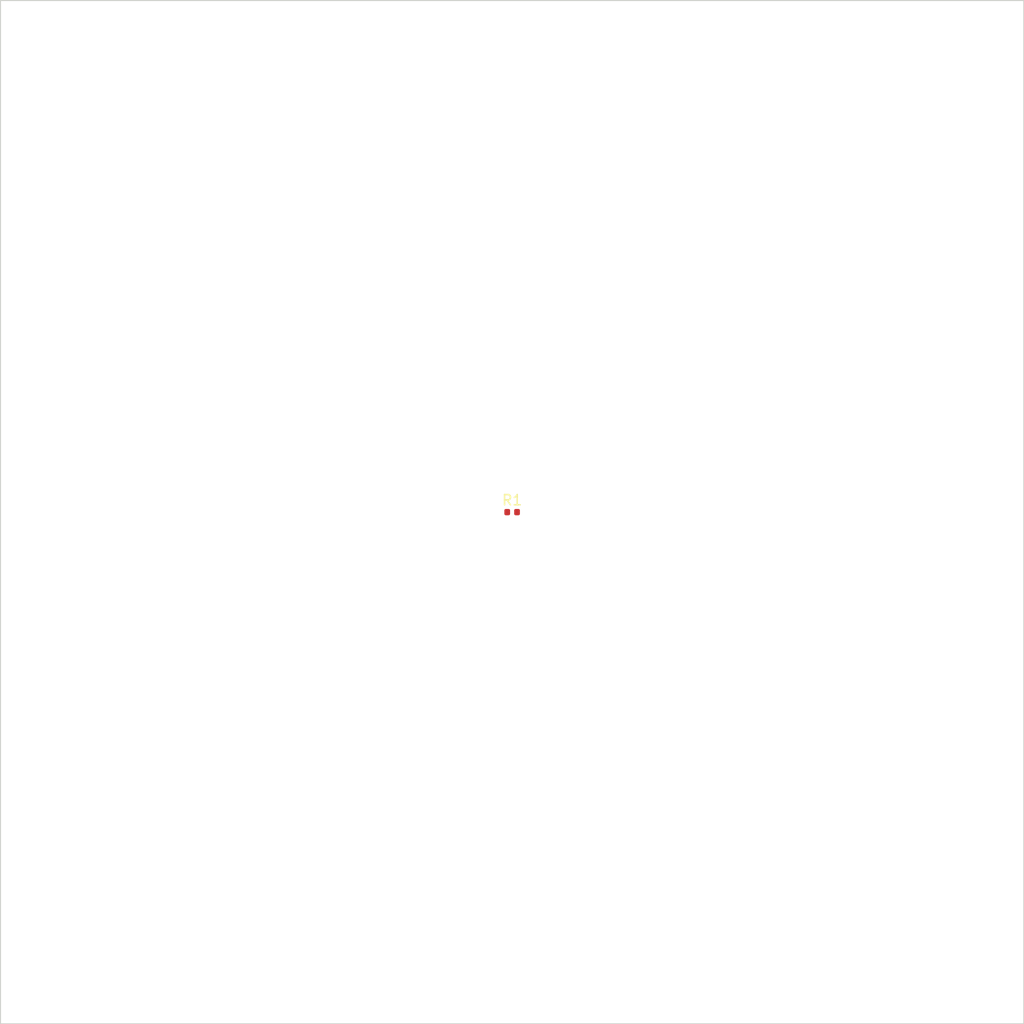
<source format=kicad_pcb>
(kicad_pcb (version 20211014) (generator pcbnew)
  (layers (0 "F.Cu" signal) (31 "B.Cu" signal) (44 "Edge.Cuts" user))
  (net 0 "")
  (footprint "Resistor_SMD:R_0402_1005Metric" (layer "F.Cu") (at 150 100)
    (fp_text reference "R1" (at 0 -1.17) (layer "F.SilkS"))
    (fp_text value "10k")
    (pad "1" smd roundrect (at -0.48 0) (size 0.56 0.62) (layers "F.Cu" "F.Paste" "F.Mask"))
    (pad "2" smd roundrect (at 0.48 0) (size 0.56 0.62) (layers "F.Cu" "F.Paste" "F.Mask"))
  )
  (gr_rect (start 100 50) (end 200 150) (layer "Edge.Cuts") (width 0.1) (fill none))
)
</source>
